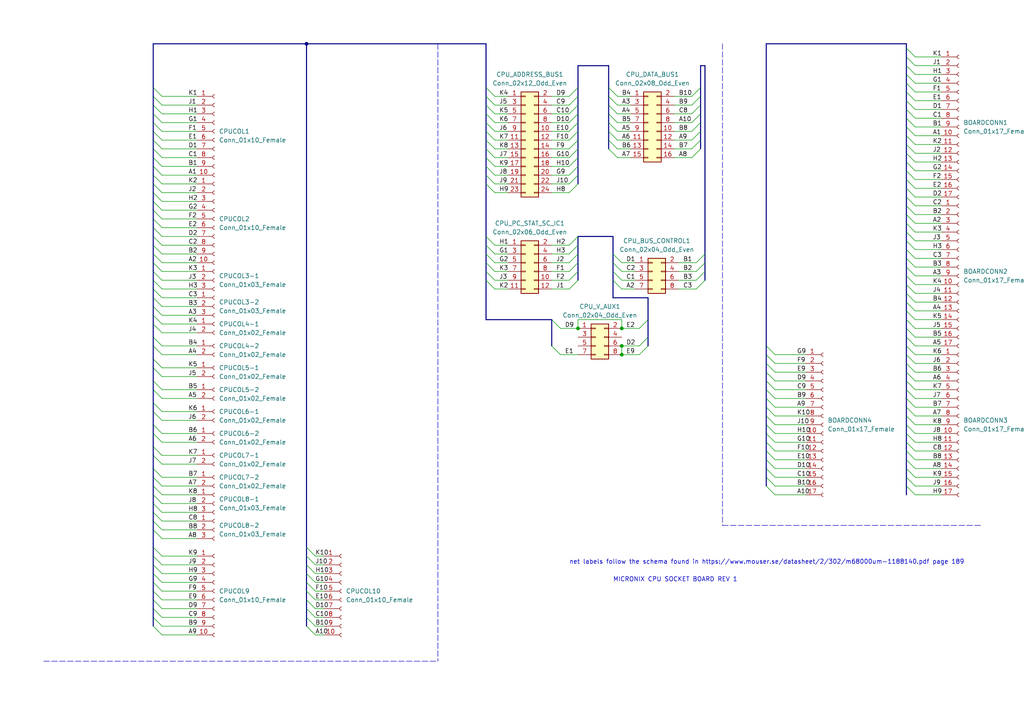
<source format=kicad_sch>
(kicad_sch (version 20211123) (generator eeschema)
  (paper "A4")
  (junction (at 180.34 95.25))
  (junction (at 88.9 12.7))
  (junction (at 167.64 95.25))
  (junction (at 180.34 102.87))
  (junction (at 180.34 100.33))
  (bus_entry (at 262.89 19.05) (size 2.54 2.54))
  (bus_entry (at 262.89 16.51) (size 2.54 2.54))
  (bus_entry (at 262.89 13.97) (size 2.54 2.54))
  (bus_entry (at 160.02 92.71) (size 2.54 2.54))
  (bus_entry (at 200.66 33.02) (size 2.54 -2.54))
  (bus_entry (at 165.1 76.2) (size 2.54 -2.54))
  (bus_entry (at 262.89 110.49) (size 2.54 2.54))
  (bus_entry (at 262.89 107.95) (size 2.54 2.54))
  (bus_entry (at 262.89 105.41) (size 2.54 2.54))
  (bus_entry (at 262.89 102.87) (size 2.54 2.54))
  (bus_entry (at 262.89 100.33) (size 2.54 2.54))
  (bus_entry (at 262.89 115.57) (size 2.54 2.54))
  (bus_entry (at 262.89 113.03) (size 2.54 2.54))
  (bus_entry (at 262.89 125.73) (size 2.54 2.54))
  (bus_entry (at 262.89 123.19) (size 2.54 2.54))
  (bus_entry (at 262.89 120.65) (size 2.54 2.54))
  (bus_entry (at 262.89 118.11) (size 2.54 2.54))
  (bus_entry (at 262.89 140.97) (size 2.54 2.54))
  (bus_entry (at 262.89 138.43) (size 2.54 2.54))
  (bus_entry (at 262.89 135.89) (size 2.54 2.54))
  (bus_entry (at 262.89 133.35) (size 2.54 2.54))
  (bus_entry (at 262.89 130.81) (size 2.54 2.54))
  (bus_entry (at 262.89 128.27) (size 2.54 2.54))
  (bus_entry (at 165.1 81.28) (size 2.54 -2.54))
  (bus_entry (at 200.66 30.48) (size 2.54 -2.54))
  (bus_entry (at 140.97 48.26) (size 2.54 2.54))
  (bus_entry (at 165.1 50.8) (size 2.54 -2.54))
  (bus_entry (at 262.89 21.59) (size 2.54 2.54))
  (bus_entry (at 262.89 24.13) (size 2.54 2.54))
  (bus_entry (at 185.42 102.87) (size 2.54 -2.54))
  (bus_entry (at 165.1 83.82) (size 2.54 -2.54))
  (bus_entry (at 165.1 48.26) (size 2.54 -2.54))
  (bus_entry (at 140.97 81.28) (size 2.54 2.54))
  (bus_entry (at 176.53 27.94) (size 2.54 2.54))
  (bus_entry (at 262.89 52.07) (size 2.54 2.54))
  (bus_entry (at 262.89 49.53) (size 2.54 2.54))
  (bus_entry (at 262.89 46.99) (size 2.54 2.54))
  (bus_entry (at 262.89 44.45) (size 2.54 2.54))
  (bus_entry (at 262.89 57.15) (size 2.54 2.54))
  (bus_entry (at 262.89 54.61) (size 2.54 2.54))
  (bus_entry (at 262.89 62.23) (size 2.54 2.54))
  (bus_entry (at 262.89 59.69) (size 2.54 2.54))
  (bus_entry (at 262.89 39.37) (size 2.54 2.54))
  (bus_entry (at 262.89 41.91) (size 2.54 2.54))
  (bus_entry (at 262.89 26.67) (size 2.54 2.54))
  (bus_entry (at 262.89 29.21) (size 2.54 2.54))
  (bus_entry (at 262.89 36.83) (size 2.54 2.54))
  (bus_entry (at 262.89 34.29) (size 2.54 2.54))
  (bus_entry (at 262.89 31.75) (size 2.54 2.54))
  (bus_entry (at 201.93 76.2) (size 2.54 -2.54))
  (bus_entry (at 201.93 78.74) (size 2.54 -2.54))
  (bus_entry (at 201.93 83.82) (size 2.54 -2.54))
  (bus_entry (at 201.93 81.28) (size 2.54 -2.54))
  (bus_entry (at 140.97 71.12) (size 2.54 2.54))
  (bus_entry (at 165.1 33.02) (size 2.54 -2.54))
  (bus_entry (at 177.8 78.74) (size 2.54 2.54))
  (bus_entry (at 165.1 55.88) (size 2.54 -2.54))
  (bus_entry (at 140.97 76.2) (size 2.54 2.54))
  (bus_entry (at 160.02 100.33) (size 2.54 2.54))
  (bus_entry (at 200.66 40.64) (size 2.54 -2.54))
  (bus_entry (at 200.66 45.72) (size 2.54 -2.54))
  (bus_entry (at 140.97 25.4) (size 2.54 2.54))
  (bus_entry (at 165.1 73.66) (size 2.54 -2.54))
  (bus_entry (at 44.45 104.14) (size 2.54 2.54))
  (bus_entry (at 44.45 106.68) (size 2.54 2.54))
  (bus_entry (at 44.45 110.49) (size 2.54 2.54))
  (bus_entry (at 44.45 76.2) (size 2.54 2.54))
  (bus_entry (at 44.45 78.74) (size 2.54 2.54))
  (bus_entry (at 44.45 81.28) (size 2.54 2.54))
  (bus_entry (at 44.45 83.82) (size 2.54 2.54))
  (bus_entry (at 44.45 86.36) (size 2.54 2.54))
  (bus_entry (at 44.45 88.9) (size 2.54 2.54))
  (bus_entry (at 44.45 91.44) (size 2.54 2.54))
  (bus_entry (at 44.45 93.98) (size 2.54 2.54))
  (bus_entry (at 44.45 97.79) (size 2.54 2.54))
  (bus_entry (at 44.45 100.33) (size 2.54 2.54))
  (bus_entry (at 44.45 116.84) (size 2.54 2.54))
  (bus_entry (at 44.45 113.03) (size 2.54 2.54))
  (bus_entry (at 140.97 33.02) (size 2.54 2.54))
  (bus_entry (at 140.97 68.58) (size 2.54 2.54))
  (bus_entry (at 177.8 76.2) (size 2.54 2.54))
  (bus_entry (at 140.97 43.18) (size 2.54 2.54))
  (bus_entry (at 165.1 30.48) (size 2.54 -2.54))
  (bus_entry (at 165.1 71.12) (size 2.54 -2.54))
  (bus_entry (at 140.97 50.8) (size 2.54 2.54))
  (bus_entry (at 176.53 40.64) (size 2.54 2.54))
  (bus_entry (at 165.1 35.56) (size 2.54 -2.54))
  (bus_entry (at 200.66 43.18) (size 2.54 -2.54))
  (bus_entry (at 200.66 38.1) (size 2.54 -2.54))
  (bus_entry (at 165.1 38.1) (size 2.54 -2.54))
  (bus_entry (at 165.1 40.64) (size 2.54 -2.54))
  (bus_entry (at 200.66 35.56) (size 2.54 -2.54))
  (bus_entry (at 185.42 100.33) (size 2.54 -2.54))
  (bus_entry (at 140.97 78.74) (size 2.54 2.54))
  (bus_entry (at 44.45 125.73) (size 2.54 2.54))
  (bus_entry (at 44.45 129.54) (size 2.54 2.54))
  (bus_entry (at 44.45 132.08) (size 2.54 2.54))
  (bus_entry (at 44.45 151.13) (size 2.54 2.54))
  (bus_entry (at 44.45 153.67) (size 2.54 2.54))
  (bus_entry (at 44.45 158.75) (size 2.54 2.54))
  (bus_entry (at 44.45 161.29) (size 2.54 2.54))
  (bus_entry (at 44.45 176.53) (size 2.54 2.54))
  (bus_entry (at 44.45 179.07) (size 2.54 2.54))
  (bus_entry (at 44.45 181.61) (size 2.54 2.54))
  (bus_entry (at 44.45 138.43) (size 2.54 2.54))
  (bus_entry (at 44.45 140.97) (size 2.54 2.54))
  (bus_entry (at 44.45 143.51) (size 2.54 2.54))
  (bus_entry (at 44.45 146.05) (size 2.54 2.54))
  (bus_entry (at 44.45 148.59) (size 2.54 2.54))
  (bus_entry (at 44.45 135.89) (size 2.54 2.54))
  (bus_entry (at 44.45 163.83) (size 2.54 2.54))
  (bus_entry (at 44.45 166.37) (size 2.54 2.54))
  (bus_entry (at 44.45 168.91) (size 2.54 2.54))
  (bus_entry (at 44.45 171.45) (size 2.54 2.54))
  (bus_entry (at 44.45 173.99) (size 2.54 2.54))
  (bus_entry (at 44.45 119.38) (size 2.54 2.54))
  (bus_entry (at 44.45 123.19) (size 2.54 2.54))
  (bus_entry (at 185.42 95.25) (size 2.54 -2.54))
  (bus_entry (at 262.89 64.77) (size 2.54 2.54))
  (bus_entry (at 262.89 67.31) (size 2.54 2.54))
  (bus_entry (at 262.89 69.85) (size 2.54 2.54))
  (bus_entry (at 262.89 72.39) (size 2.54 2.54))
  (bus_entry (at 262.89 74.93) (size 2.54 2.54))
  (bus_entry (at 262.89 77.47) (size 2.54 2.54))
  (bus_entry (at 262.89 80.01) (size 2.54 2.54))
  (bus_entry (at 262.89 82.55) (size 2.54 2.54))
  (bus_entry (at 200.66 27.94) (size 2.54 -2.54))
  (bus_entry (at 140.97 53.34) (size 2.54 2.54))
  (bus_entry (at 176.53 35.56) (size 2.54 2.54))
  (bus_entry (at 165.1 78.74) (size 2.54 -2.54))
  (bus_entry (at 176.53 33.02) (size 2.54 2.54))
  (bus_entry (at 177.8 73.66) (size 2.54 2.54))
  (bus_entry (at 176.53 30.48) (size 2.54 2.54))
  (bus_entry (at 140.97 73.66) (size 2.54 2.54))
  (bus_entry (at 44.45 50.8) (size 2.54 2.54))
  (bus_entry (at 44.45 48.26) (size 2.54 2.54))
  (bus_entry (at 44.45 45.72) (size 2.54 2.54))
  (bus_entry (at 44.45 43.18) (size 2.54 2.54))
  (bus_entry (at 44.45 40.64) (size 2.54 2.54))
  (bus_entry (at 44.45 38.1) (size 2.54 2.54))
  (bus_entry (at 44.45 73.66) (size 2.54 2.54))
  (bus_entry (at 44.45 71.12) (size 2.54 2.54))
  (bus_entry (at 44.45 68.58) (size 2.54 2.54))
  (bus_entry (at 44.45 66.04) (size 2.54 2.54))
  (bus_entry (at 44.45 63.5) (size 2.54 2.54))
  (bus_entry (at 44.45 60.96) (size 2.54 2.54))
  (bus_entry (at 44.45 58.42) (size 2.54 2.54))
  (bus_entry (at 44.45 55.88) (size 2.54 2.54))
  (bus_entry (at 44.45 53.34) (size 2.54 2.54))
  (bus_entry (at 44.45 35.56) (size 2.54 2.54))
  (bus_entry (at 44.45 27.94) (size 2.54 2.54))
  (bus_entry (at 44.45 25.4) (size 2.54 2.54))
  (bus_entry (at 44.45 33.02) (size 2.54 2.54))
  (bus_entry (at 44.45 30.48) (size 2.54 2.54))
  (bus_entry (at 140.97 27.94) (size 2.54 2.54))
  (bus_entry (at 140.97 35.56) (size 2.54 2.54))
  (bus_entry (at 140.97 40.64) (size 2.54 2.54))
  (bus_entry (at 262.89 85.09) (size 2.54 2.54))
  (bus_entry (at 262.89 87.63) (size 2.54 2.54))
  (bus_entry (at 262.89 90.17) (size 2.54 2.54))
  (bus_entry (at 262.89 92.71) (size 2.54 2.54))
  (bus_entry (at 262.89 95.25) (size 2.54 2.54))
  (bus_entry (at 262.89 97.79) (size 2.54 2.54))
  (bus_entry (at 176.53 43.18) (size 2.54 2.54))
  (bus_entry (at 140.97 30.48) (size 2.54 2.54))
  (bus_entry (at 176.53 38.1) (size 2.54 2.54))
  (bus_entry (at 140.97 38.1) (size 2.54 2.54))
  (bus_entry (at 165.1 45.72) (size 2.54 -2.54))
  (bus_entry (at 176.53 25.4) (size 2.54 2.54))
  (bus_entry (at 88.9 161.29) (size 2.54 2.54))
  (bus_entry (at 88.9 158.75) (size 2.54 2.54))
  (bus_entry (at 88.9 166.37) (size 2.54 2.54))
  (bus_entry (at 88.9 163.83) (size 2.54 2.54))
  (bus_entry (at 88.9 181.61) (size 2.54 2.54))
  (bus_entry (at 88.9 179.07) (size 2.54 2.54))
  (bus_entry (at 88.9 176.53) (size 2.54 2.54))
  (bus_entry (at 88.9 173.99) (size 2.54 2.54))
  (bus_entry (at 88.9 171.45) (size 2.54 2.54))
  (bus_entry (at 88.9 168.91) (size 2.54 2.54))
  (bus_entry (at 140.97 45.72) (size 2.54 2.54))
  (bus_entry (at 165.1 53.34) (size 2.54 -2.54))
  (bus_entry (at 165.1 43.18) (size 2.54 -2.54))
  (bus_entry (at 177.8 81.28) (size 2.54 2.54))
  (bus_entry (at 165.1 27.94) (size 2.54 -2.54))
  (bus_entry (at 222.25 107.95) (size 2.54 2.54))
  (bus_entry (at 222.25 105.41) (size 2.54 2.54))
  (bus_entry (at 222.25 102.87) (size 2.54 2.54))
  (bus_entry (at 222.25 115.57) (size 2.54 2.54))
  (bus_entry (at 222.25 113.03) (size 2.54 2.54))
  (bus_entry (at 222.25 110.49) (size 2.54 2.54))
  (bus_entry (at 222.25 100.33) (size 2.54 2.54))
  (bus_entry (at 222.25 118.11) (size 2.54 2.54))
  (bus_entry (at 222.25 140.97) (size 2.54 2.54))
  (bus_entry (at 222.25 125.73) (size 2.54 2.54))
  (bus_entry (at 222.25 123.19) (size 2.54 2.54))
  (bus_entry (at 222.25 120.65) (size 2.54 2.54))
  (bus_entry (at 222.25 138.43) (size 2.54 2.54))
  (bus_entry (at 222.25 135.89) (size 2.54 2.54))
  (bus_entry (at 222.25 133.35) (size 2.54 2.54))
  (bus_entry (at 222.25 130.81) (size 2.54 2.54))
  (bus_entry (at 222.25 128.27) (size 2.54 2.54))
  (wire (pts (xy 46.99 119.38) (xy 57.15 119.38)))
  (wire (pts (xy 160.02 50.8) (xy 165.1 50.8)))
  (wire (pts (xy 179.07 33.02) (xy 182.88 33.02)))
  (bus (pts (xy 222.25 125.73) (xy 222.25 128.27)))
  (wire (pts (xy 160.02 27.94) (xy 165.1 27.94)))
  (bus (pts (xy 88.9 176.53) (xy 88.9 179.07)))
  (wire (pts (xy 91.44 168.91) (xy 93.98 168.91)))
  (bus (pts (xy 262.89 82.55) (xy 262.89 85.09)))
  (bus (pts (xy 44.45 116.84) (xy 44.45 119.38)))
  (wire (pts (xy 46.99 121.92) (xy 57.15 121.92)))
  (wire (pts (xy 265.43 95.25) (xy 273.05 95.25)))
  (bus (pts (xy 140.97 92.71) (xy 140.97 81.28)))
  (wire (pts (xy 143.51 38.1) (xy 147.32 38.1)))
  (bus (pts (xy 204.47 73.66) (xy 204.47 76.2)))
  (bus (pts (xy 222.25 107.95) (xy 222.25 110.49)))
  (wire (pts (xy 265.43 110.49) (xy 273.05 110.49)))
  (wire (pts (xy 265.43 128.27) (xy 273.05 128.27)))
  (bus (pts (xy 176.53 33.02) (xy 176.53 35.56)))
  (bus (pts (xy 167.64 48.26) (xy 167.64 50.8)))
  (wire (pts (xy 196.85 83.82) (xy 201.93 83.82)))
  (wire (pts (xy 180.34 95.25) (xy 185.42 95.25)))
  (bus (pts (xy 44.45 88.9) (xy 44.45 91.44)))
  (bus (pts (xy 44.45 166.37) (xy 44.45 168.91)))
  (wire (pts (xy 46.99 45.72) (xy 57.15 45.72)))
  (bus (pts (xy 262.89 74.93) (xy 262.89 77.47)))
  (bus (pts (xy 44.45 146.05) (xy 44.45 148.59)))
  (bus (pts (xy 262.89 62.23) (xy 262.89 64.77)))
  (wire (pts (xy 143.51 40.64) (xy 147.32 40.64)))
  (bus (pts (xy 262.89 97.79) (xy 262.89 100.33)))
  (bus (pts (xy 262.89 118.11) (xy 262.89 120.65)))
  (bus (pts (xy 204.47 19.05) (xy 204.47 73.66)))
  (bus (pts (xy 140.97 25.4) (xy 140.97 27.94)))
  (wire (pts (xy 46.99 113.03) (xy 57.15 113.03)))
  (wire (pts (xy 265.43 82.55) (xy 273.05 82.55)))
  (bus (pts (xy 88.9 166.37) (xy 88.9 168.91)))
  (wire (pts (xy 224.79 133.35) (xy 233.68 133.35)))
  (bus (pts (xy 262.89 77.47) (xy 262.89 80.01)))
  (wire (pts (xy 224.79 130.81) (xy 233.68 130.81)))
  (bus (pts (xy 167.64 33.02) (xy 167.64 35.56)))
  (bus (pts (xy 44.45 151.13) (xy 44.45 153.67)))
  (wire (pts (xy 91.44 179.07) (xy 93.98 179.07)))
  (bus (pts (xy 222.25 128.27) (xy 222.25 130.81)))
  (bus (pts (xy 187.96 92.71) (xy 187.96 97.79)))
  (wire (pts (xy 143.51 50.8) (xy 147.32 50.8)))
  (bus (pts (xy 88.9 171.45) (xy 88.9 173.99)))
  (wire (pts (xy 179.07 35.56) (xy 182.88 35.56)))
  (bus (pts (xy 203.2 27.94) (xy 203.2 30.48)))
  (bus (pts (xy 44.45 55.88) (xy 44.45 58.42)))
  (bus (pts (xy 222.25 130.81) (xy 222.25 133.35)))
  (wire (pts (xy 265.43 54.61) (xy 273.05 54.61)))
  (bus (pts (xy 44.45 33.02) (xy 44.45 35.56)))
  (wire (pts (xy 265.43 52.07) (xy 273.05 52.07)))
  (wire (pts (xy 265.43 140.97) (xy 273.05 140.97)))
  (bus (pts (xy 44.45 129.54) (xy 44.45 132.08)))
  (bus (pts (xy 262.89 120.65) (xy 262.89 123.19)))
  (bus (pts (xy 44.45 58.42) (xy 44.45 60.96)))
  (bus (pts (xy 44.45 104.14) (xy 44.45 106.68)))
  (bus (pts (xy 262.89 64.77) (xy 262.89 67.31)))
  (wire (pts (xy 265.43 100.33) (xy 273.05 100.33)))
  (wire (pts (xy 224.79 102.87) (xy 233.68 102.87)))
  (wire (pts (xy 143.51 35.56) (xy 147.32 35.56)))
  (bus (pts (xy 140.97 71.12) (xy 140.97 73.66)))
  (wire (pts (xy 195.58 38.1) (xy 200.66 38.1)))
  (wire (pts (xy 196.85 78.74) (xy 201.93 78.74)))
  (bus (pts (xy 167.64 35.56) (xy 167.64 38.1)))
  (wire (pts (xy 224.79 120.65) (xy 233.68 120.65)))
  (bus (pts (xy 262.89 69.85) (xy 262.89 72.39)))
  (wire (pts (xy 46.99 53.34) (xy 57.15 53.34)))
  (bus (pts (xy 44.45 138.43) (xy 44.45 140.97)))
  (wire (pts (xy 46.99 35.56) (xy 57.15 35.56)))
  (bus (pts (xy 140.97 40.64) (xy 140.97 43.18)))
  (wire (pts (xy 224.79 115.57) (xy 233.68 115.57)))
  (wire (pts (xy 46.99 93.98) (xy 57.15 93.98)))
  (wire (pts (xy 46.99 140.97) (xy 57.15 140.97)))
  (polyline (pts (xy 12.7 191.77) (xy 127 191.77)))
  (bus (pts (xy 140.97 12.7) (xy 140.97 25.4)))
  (wire (pts (xy 224.79 118.11) (xy 233.68 118.11)))
  (wire (pts (xy 143.51 71.12) (xy 147.32 71.12)))
  (bus (pts (xy 167.64 76.2) (xy 167.64 78.74)))
  (bus (pts (xy 140.97 68.58) (xy 140.97 71.12)))
  (wire (pts (xy 195.58 27.94) (xy 200.66 27.94)))
  (bus (pts (xy 262.89 12.7) (xy 262.89 13.97)))
  (bus (pts (xy 262.89 21.59) (xy 262.89 24.13)))
  (bus (pts (xy 262.89 92.71) (xy 262.89 95.25)))
  (bus (pts (xy 44.45 91.44) (xy 44.45 93.98)))
  (wire (pts (xy 265.43 87.63) (xy 273.05 87.63)))
  (bus (pts (xy 44.45 168.91) (xy 44.45 171.45)))
  (wire (pts (xy 46.99 125.73) (xy 57.15 125.73)))
  (wire (pts (xy 179.07 40.64) (xy 182.88 40.64)))
  (wire (pts (xy 180.34 100.33) (xy 180.34 102.87)))
  (wire (pts (xy 91.44 166.37) (xy 93.98 166.37)))
  (wire (pts (xy 265.43 80.01) (xy 273.05 80.01)))
  (bus (pts (xy 44.45 158.75) (xy 44.45 161.29)))
  (wire (pts (xy 224.79 113.03) (xy 233.68 113.03)))
  (wire (pts (xy 46.99 81.28) (xy 57.15 81.28)))
  (wire (pts (xy 195.58 35.56) (xy 200.66 35.56)))
  (wire (pts (xy 46.99 166.37) (xy 57.15 166.37)))
  (bus (pts (xy 262.89 125.73) (xy 262.89 128.27)))
  (bus (pts (xy 262.89 87.63) (xy 262.89 90.17)))
  (bus (pts (xy 88.9 168.91) (xy 88.9 171.45)))
  (wire (pts (xy 265.43 24.13) (xy 273.05 24.13)))
  (wire (pts (xy 265.43 21.59) (xy 273.05 21.59)))
  (bus (pts (xy 262.89 123.19) (xy 262.89 125.73)))
  (wire (pts (xy 195.58 40.64) (xy 200.66 40.64)))
  (wire (pts (xy 179.07 38.1) (xy 182.88 38.1)))
  (wire (pts (xy 143.51 43.18) (xy 147.32 43.18)))
  (wire (pts (xy 265.43 138.43) (xy 273.05 138.43)))
  (bus (pts (xy 222.25 135.89) (xy 222.25 138.43)))
  (wire (pts (xy 46.99 146.05) (xy 57.15 146.05)))
  (bus (pts (xy 262.89 102.87) (xy 262.89 105.41)))
  (wire (pts (xy 143.51 45.72) (xy 147.32 45.72)))
  (bus (pts (xy 262.89 138.43) (xy 262.89 140.97)))
  (wire (pts (xy 160.02 30.48) (xy 165.1 30.48)))
  (bus (pts (xy 140.97 12.7) (xy 88.9 12.7)))
  (wire (pts (xy 46.99 33.02) (xy 57.15 33.02)))
  (wire (pts (xy 143.51 78.74) (xy 147.32 78.74)))
  (wire (pts (xy 179.07 45.72) (xy 182.88 45.72)))
  (wire (pts (xy 224.79 110.49) (xy 233.68 110.49)))
  (wire (pts (xy 179.07 30.48) (xy 182.88 30.48)))
  (bus (pts (xy 44.45 73.66) (xy 44.45 76.2)))
  (bus (pts (xy 262.89 67.31) (xy 262.89 69.85)))
  (bus (pts (xy 44.45 161.29) (xy 44.45 163.83)))
  (bus (pts (xy 222.25 120.65) (xy 222.25 123.19)))
  (bus (pts (xy 177.8 86.36) (xy 177.8 81.28)))
  (bus (pts (xy 176.53 40.64) (xy 176.53 43.18)))
  (bus (pts (xy 176.53 30.48) (xy 176.53 33.02)))
  (wire (pts (xy 46.99 100.33) (xy 57.15 100.33)))
  (bus (pts (xy 140.97 43.18) (xy 140.97 45.72)))
  (bus (pts (xy 167.64 73.66) (xy 167.64 76.2)))
  (bus (pts (xy 262.89 110.49) (xy 262.89 113.03)))
  (wire (pts (xy 265.43 59.69) (xy 273.05 59.69)))
  (wire (pts (xy 46.99 68.58) (xy 57.15 68.58)))
  (bus (pts (xy 44.45 123.19) (xy 44.45 125.73)))
  (bus (pts (xy 262.89 39.37) (xy 262.89 41.91)))
  (bus (pts (xy 222.25 118.11) (xy 222.25 120.65)))
  (wire (pts (xy 46.99 181.61) (xy 57.15 181.61)))
  (bus (pts (xy 262.89 85.09) (xy 262.89 87.63)))
  (wire (pts (xy 143.51 73.66) (xy 147.32 73.66)))
  (wire (pts (xy 46.99 156.21) (xy 57.15 156.21)))
  (wire (pts (xy 160.02 43.18) (xy 165.1 43.18)))
  (wire (pts (xy 46.99 73.66) (xy 57.15 73.66)))
  (bus (pts (xy 187.96 86.36) (xy 177.8 86.36)))
  (bus (pts (xy 262.89 128.27) (xy 262.89 130.81)))
  (bus (pts (xy 167.64 19.05) (xy 167.64 25.4)))
  (wire (pts (xy 265.43 85.09) (xy 273.05 85.09)))
  (wire (pts (xy 46.99 71.12) (xy 57.15 71.12)))
  (wire (pts (xy 46.99 43.18) (xy 57.15 43.18)))
  (wire (pts (xy 46.99 63.5) (xy 57.15 63.5)))
  (bus (pts (xy 262.89 54.61) (xy 262.89 57.15)))
  (wire (pts (xy 180.34 83.82) (xy 184.15 83.82)))
  (wire (pts (xy 265.43 113.03) (xy 273.05 113.03)))
  (bus (pts (xy 167.64 50.8) (xy 167.64 53.34)))
  (wire (pts (xy 160.02 55.88) (xy 165.1 55.88)))
  (bus (pts (xy 262.89 24.13) (xy 262.89 26.67)))
  (polyline (pts (xy 209.55 12.7) (xy 209.55 152.4)))
  (wire (pts (xy 46.99 143.51) (xy 57.15 143.51)))
  (wire (pts (xy 46.99 138.43) (xy 57.15 138.43)))
  (bus (pts (xy 176.53 38.1) (xy 176.53 40.64)))
  (wire (pts (xy 265.43 133.35) (xy 273.05 133.35)))
  (bus (pts (xy 88.9 12.7) (xy 88.9 158.75)))
  (bus (pts (xy 44.45 119.38) (xy 44.45 123.19)))
  (bus (pts (xy 44.45 179.07) (xy 44.45 181.61)))
  (wire (pts (xy 265.43 69.85) (xy 273.05 69.85)))
  (bus (pts (xy 88.9 179.07) (xy 88.9 181.61)))
  (bus (pts (xy 222.25 133.35) (xy 222.25 135.89)))
  (bus (pts (xy 176.53 27.94) (xy 176.53 30.48)))
  (bus (pts (xy 140.97 33.02) (xy 140.97 35.56)))
  (wire (pts (xy 46.99 78.74) (xy 57.15 78.74)))
  (bus (pts (xy 160.02 92.71) (xy 160.02 100.33)))
  (wire (pts (xy 179.07 27.94) (xy 182.88 27.94)))
  (bus (pts (xy 262.89 105.41) (xy 262.89 107.95)))
  (bus (pts (xy 140.97 48.26) (xy 140.97 50.8)))
  (wire (pts (xy 162.56 95.25) (xy 167.64 95.25)))
  (wire (pts (xy 195.58 30.48) (xy 200.66 30.48)))
  (wire (pts (xy 143.51 48.26) (xy 147.32 48.26)))
  (bus (pts (xy 167.64 25.4) (xy 167.64 27.94)))
  (bus (pts (xy 222.25 105.41) (xy 222.25 107.95)))
  (wire (pts (xy 46.99 163.83) (xy 57.15 163.83)))
  (wire (pts (xy 160.02 81.28) (xy 165.1 81.28)))
  (wire (pts (xy 160.02 45.72) (xy 165.1 45.72)))
  (bus (pts (xy 44.45 76.2) (xy 44.45 78.74)))
  (wire (pts (xy 180.34 102.87) (xy 185.42 102.87)))
  (bus (pts (xy 44.45 171.45) (xy 44.45 173.99)))
  (wire (pts (xy 265.43 16.51) (xy 273.05 16.51)))
  (wire (pts (xy 143.51 27.94) (xy 147.32 27.94)))
  (bus (pts (xy 44.45 153.67) (xy 44.45 158.75)))
  (bus (pts (xy 203.2 33.02) (xy 203.2 35.56)))
  (bus (pts (xy 204.47 78.74) (xy 204.47 81.28)))
  (wire (pts (xy 91.44 176.53) (xy 93.98 176.53)))
  (wire (pts (xy 143.51 30.48) (xy 147.32 30.48)))
  (wire (pts (xy 180.34 76.2) (xy 184.15 76.2)))
  (bus (pts (xy 140.97 27.94) (xy 140.97 30.48)))
  (bus (pts (xy 262.89 19.05) (xy 262.89 21.59)))
  (wire (pts (xy 46.99 91.44) (xy 57.15 91.44)))
  (wire (pts (xy 265.43 34.29) (xy 273.05 34.29)))
  (bus (pts (xy 44.45 63.5) (xy 44.45 66.04)))
  (bus (pts (xy 203.2 30.48) (xy 203.2 33.02)))
  (wire (pts (xy 91.44 163.83) (xy 93.98 163.83)))
  (wire (pts (xy 265.43 49.53) (xy 273.05 49.53)))
  (wire (pts (xy 143.51 81.28) (xy 147.32 81.28)))
  (wire (pts (xy 46.99 30.48) (xy 57.15 30.48)))
  (bus (pts (xy 262.89 44.45) (xy 262.89 46.99)))
  (bus (pts (xy 44.45 48.26) (xy 44.45 50.8)))
  (bus (pts (xy 262.89 140.97) (xy 262.89 143.51)))
  (wire (pts (xy 265.43 115.57) (xy 273.05 115.57)))
  (wire (pts (xy 46.99 48.26) (xy 57.15 48.26)))
  (bus (pts (xy 262.89 95.25) (xy 262.89 97.79)))
  (wire (pts (xy 46.99 76.2) (xy 57.15 76.2)))
  (wire (pts (xy 46.99 58.42) (xy 57.15 58.42)))
  (bus (pts (xy 222.25 110.49) (xy 222.25 113.03)))
  (bus (pts (xy 167.64 19.05) (xy 176.53 19.05)))
  (bus (pts (xy 262.89 29.21) (xy 262.89 31.75)))
  (wire (pts (xy 46.99 179.07) (xy 57.15 179.07)))
  (bus (pts (xy 140.97 53.34) (xy 140.97 68.58)))
  (wire (pts (xy 224.79 138.43) (xy 233.68 138.43)))
  (wire (pts (xy 46.99 55.88) (xy 57.15 55.88)))
  (bus (pts (xy 177.8 73.66) (xy 177.8 76.2)))
  (bus (pts (xy 88.9 163.83) (xy 88.9 166.37)))
  (wire (pts (xy 265.43 67.31) (xy 273.05 67.31)))
  (bus (pts (xy 222.25 102.87) (xy 222.25 105.41)))
  (bus (pts (xy 44.45 163.83) (xy 44.45 166.37)))
  (bus (pts (xy 262.89 113.03) (xy 262.89 115.57)))
  (wire (pts (xy 265.43 90.17) (xy 273.05 90.17)))
  (bus (pts (xy 44.45 93.98) (xy 44.45 97.79)))
  (bus (pts (xy 167.64 68.58) (xy 167.64 71.12)))
  (wire (pts (xy 46.99 148.59) (xy 57.15 148.59)))
  (bus (pts (xy 167.64 78.74) (xy 167.64 81.28)))
  (bus (pts (xy 203.2 19.05) (xy 203.2 25.4)))
  (wire (pts (xy 195.58 43.18) (xy 200.66 43.18)))
  (wire (pts (xy 265.43 118.11) (xy 273.05 118.11)))
  (bus (pts (xy 262.89 13.97) (xy 262.89 16.51)))
  (bus (pts (xy 204.47 76.2) (xy 204.47 78.74)))
  (wire (pts (xy 167.64 95.25) (xy 167.64 92.71)))
  (bus (pts (xy 262.89 26.67) (xy 262.89 29.21)))
  (wire (pts (xy 265.43 102.87) (xy 273.05 102.87)))
  (wire (pts (xy 46.99 168.91) (xy 57.15 168.91)))
  (wire (pts (xy 265.43 46.99) (xy 273.05 46.99)))
  (bus (pts (xy 44.45 71.12) (xy 44.45 73.66)))
  (wire (pts (xy 265.43 57.15) (xy 273.05 57.15)))
  (wire (pts (xy 224.79 107.95) (xy 233.68 107.95)))
  (wire (pts (xy 46.99 88.9) (xy 57.15 88.9)))
  (bus (pts (xy 44.45 125.73) (xy 44.45 129.54)))
  (wire (pts (xy 46.99 86.36) (xy 57.15 86.36)))
  (wire (pts (xy 46.99 151.13) (xy 57.15 151.13)))
  (bus (pts (xy 44.45 12.7) (xy 44.45 25.4)))
  (wire (pts (xy 265.43 107.95) (xy 273.05 107.95)))
  (bus (pts (xy 88.9 12.7) (xy 44.45 12.7)))
  (bus (pts (xy 44.45 148.59) (xy 44.45 151.13)))
  (bus (pts (xy 262.89 90.17) (xy 262.89 92.71)))
  (bus (pts (xy 44.45 83.82) (xy 44.45 86.36)))
  (wire (pts (xy 46.99 173.99) (xy 57.15 173.99)))
  (wire (pts (xy 46.99 60.96) (xy 57.15 60.96)))
  (wire (pts (xy 160.02 35.56) (xy 165.1 35.56)))
  (wire (pts (xy 195.58 33.02) (xy 200.66 33.02)))
  (bus (pts (xy 167.64 71.12) (xy 167.64 73.66)))
  (bus (pts (xy 167.64 30.48) (xy 167.64 33.02)))
  (wire (pts (xy 160.02 71.12) (xy 165.1 71.12)))
  (wire (pts (xy 180.34 92.71) (xy 180.34 95.25)))
  (wire (pts (xy 224.79 123.19) (xy 233.68 123.19)))
  (bus (pts (xy 44.45 27.94) (xy 44.45 30.48)))
  (wire (pts (xy 265.43 123.19) (xy 273.05 123.19)))
  (bus (pts (xy 140.97 78.74) (xy 140.97 81.28)))
  (wire (pts (xy 265.43 135.89) (xy 273.05 135.89)))
  (wire (pts (xy 265.43 77.47) (xy 273.05 77.47)))
  (wire (pts (xy 196.85 76.2) (xy 201.93 76.2)))
  (wire (pts (xy 265.43 39.37) (xy 273.05 39.37)))
  (bus (pts (xy 222.25 12.7) (xy 222.25 100.33)))
  (bus (pts (xy 140.97 50.8) (xy 140.97 53.34)))
  (bus (pts (xy 167.64 43.18) (xy 167.64 45.72)))
  (bus (pts (xy 44.45 140.97) (xy 44.45 143.51)))
  (wire (pts (xy 265.43 31.75) (xy 273.05 31.75)))
  (wire (pts (xy 160.02 73.66) (xy 165.1 73.66)))
  (wire (pts (xy 265.43 72.39) (xy 273.05 72.39)))
  (bus (pts (xy 176.53 35.56) (xy 176.53 38.1)))
  (wire (pts (xy 46.99 171.45) (xy 57.15 171.45)))
  (bus (pts (xy 44.45 113.03) (xy 44.45 116.84)))
  (wire (pts (xy 180.34 78.74) (xy 184.15 78.74)))
  (bus (pts (xy 177.8 78.74) (xy 177.8 81.28)))
  (wire (pts (xy 196.85 81.28) (xy 201.93 81.28)))
  (wire (pts (xy 265.43 74.93) (xy 273.05 74.93)))
  (wire (pts (xy 265.43 92.71) (xy 273.05 92.71)))
  (bus (pts (xy 203.2 38.1) (xy 203.2 40.64)))
  (bus (pts (xy 262.89 34.29) (xy 262.89 36.83)))
  (wire (pts (xy 265.43 64.77) (xy 273.05 64.77)))
  (bus (pts (xy 44.45 81.28) (xy 44.45 83.82)))
  (bus (pts (xy 167.64 45.72) (xy 167.64 48.26)))
  (bus (pts (xy 262.89 12.7) (xy 222.25 12.7)))
  (bus (pts (xy 262.89 72.39) (xy 262.89 74.93)))
  (bus (pts (xy 44.45 135.89) (xy 44.45 138.43)))
  (bus (pts (xy 140.97 38.1) (xy 140.97 40.64)))
  (wire (pts (xy 265.43 97.79) (xy 273.05 97.79)))
  (bus (pts (xy 187.96 92.71) (xy 187.96 86.36)))
  (bus (pts (xy 262.89 36.83) (xy 262.89 39.37)))
  (bus (pts (xy 44.45 173.99) (xy 44.45 176.53)))
  (wire (pts (xy 162.56 102.87) (xy 167.64 102.87)))
  (bus (pts (xy 262.89 46.99) (xy 262.89 49.53)))
  (bus (pts (xy 167.64 68.58) (xy 177.8 68.58)))
  (wire (pts (xy 160.02 78.74) (xy 165.1 78.74)))
  (bus (pts (xy 44.45 38.1) (xy 44.45 40.64)))
  (wire (pts (xy 46.99 184.15) (xy 57.15 184.15)))
  (bus (pts (xy 44.45 45.72) (xy 44.45 48.26)))
  (wire (pts (xy 224.79 143.51) (xy 233.68 143.51)))
  (wire (pts (xy 46.99 115.57) (xy 57.15 115.57)))
  (bus (pts (xy 44.45 60.96) (xy 44.45 63.5)))
  (wire (pts (xy 46.99 161.29) (xy 57.15 161.29)))
  (wire (pts (xy 224.79 140.97) (xy 233.68 140.97)))
  (wire (pts (xy 160.02 83.82) (xy 165.1 83.82)))
  (bus (pts (xy 44.45 97.79) (xy 44.45 100.33)))
  (wire (pts (xy 160.02 53.34) (xy 165.1 53.34)))
  (bus (pts (xy 140.97 73.66) (xy 140.97 76.2)))
  (bus (pts (xy 44.45 25.4) (xy 44.45 27.94)))
  (bus (pts (xy 44.45 176.53) (xy 44.45 179.07)))
  (bus (pts (xy 167.64 27.94) (xy 167.64 30.48)))
  (bus (pts (xy 140.97 35.56) (xy 140.97 38.1)))
  (wire (pts (xy 91.44 171.45) (xy 93.98 171.45)))
  (wire (pts (xy 195.58 45.72) (xy 200.66 45.72)))
  (bus (pts (xy 44.45 40.64) (xy 44.45 43.18)))
  (wire (pts (xy 265.43 26.67) (xy 273.05 26.67)))
  (wire (pts (xy 265.43 36.83) (xy 273.05 36.83)))
  (wire (pts (xy 46.99 66.04) (xy 57.15 66.04)))
  (wire (pts (xy 46.99 83.82) (xy 57.15 83.82)))
  (bus (pts (xy 222.25 138.43) (xy 222.25 140.97)))
  (bus (pts (xy 262.89 130.81) (xy 262.89 133.35)))
  (bus (pts (xy 176.53 25.4) (xy 176.53 27.94)))
  (wire (pts (xy 265.43 125.73) (xy 273.05 125.73)))
  (bus (pts (xy 88.9 173.99) (xy 88.9 176.53)))
  (bus (pts (xy 140.97 45.72) (xy 140.97 48.26)))
  (wire (pts (xy 46.99 153.67) (xy 57.15 153.67)))
  (wire (pts (xy 46.99 102.87) (xy 57.15 102.87)))
  (bus (pts (xy 262.89 80.01) (xy 262.89 82.55)))
  (bus (pts (xy 44.45 86.36) (xy 44.45 88.9)))
  (bus (pts (xy 177.8 76.2) (xy 177.8 78.74)))
  (bus (pts (xy 187.96 97.79) (xy 187.96 100.33)))
  (wire (pts (xy 46.99 176.53) (xy 57.15 176.53)))
  (bus (pts (xy 262.89 41.91) (xy 262.89 44.45)))
  (bus (pts (xy 262.89 16.51) (xy 262.89 19.05)))
  (wire (pts (xy 46.99 128.27) (xy 57.15 128.27)))
  (bus (pts (xy 222.25 123.19) (xy 222.25 125.73)))
  (bus (pts (xy 222.25 113.03) (xy 222.25 115.57)))
  (bus (pts (xy 262.89 107.95) (xy 262.89 110.49)))
  (wire (pts (xy 160.02 48.26) (xy 165.1 48.26)))
  (wire (pts (xy 179.07 43.18) (xy 182.88 43.18)))
  (bus (pts (xy 140.97 76.2) (xy 140.97 78.74)))
  (wire (pts (xy 224.79 125.73) (xy 233.68 125.73)))
  (bus (pts (xy 44.45 110.49) (xy 44.45 113.03)))
  (wire (pts (xy 265.43 130.81) (xy 273.05 130.81)))
  (bus (pts (xy 160.02 92.71) (xy 140.97 92.71)))
  (bus (pts (xy 44.45 132.08) (xy 44.45 135.89)))
  (bus (pts (xy 177.8 68.58) (xy 177.8 73.66)))
  (wire (pts (xy 265.43 62.23) (xy 273.05 62.23)))
  (wire (pts (xy 46.99 50.8) (xy 57.15 50.8)))
  (wire (pts (xy 265.43 120.65) (xy 273.05 120.65)))
  (wire (pts (xy 46.99 40.64) (xy 57.15 40.64)))
  (wire (pts (xy 160.02 38.1) (xy 165.1 38.1)))
  (wire (pts (xy 143.51 76.2) (xy 147.32 76.2)))
  (wire (pts (xy 180.34 81.28) (xy 184.15 81.28)))
  (wire (pts (xy 160.02 76.2) (xy 165.1 76.2)))
  (bus (pts (xy 222.25 115.57) (xy 222.25 118.11)))
  (bus (pts (xy 44.45 35.56) (xy 44.45 38.1)))
  (bus (pts (xy 262.89 100.33) (xy 262.89 102.87)))
  (bus (pts (xy 44.45 53.34) (xy 44.45 55.88)))
  (wire (pts (xy 160.02 40.64) (xy 165.1 40.64)))
  (wire (pts (xy 265.43 105.41) (xy 273.05 105.41)))
  (wire (pts (xy 91.44 173.99) (xy 93.98 173.99)))
  (bus (pts (xy 44.45 43.18) (xy 44.45 45.72)))
  (wire (pts (xy 180.34 100.33) (xy 185.42 100.33)))
  (bus (pts (xy 203.2 25.4) (xy 203.2 27.94)))
  (wire (pts (xy 265.43 143.51) (xy 273.05 143.51)))
  (wire (pts (xy 143.51 33.02) (xy 147.32 33.02)))
  (wire (pts (xy 46.99 134.62) (xy 57.15 134.62)))
  (bus (pts (xy 204.47 19.05) (xy 203.2 19.05)))
  (bus (pts (xy 140.97 30.48) (xy 140.97 33.02)))
  (bus (pts (xy 262.89 31.75) (xy 262.89 34.29)))
  (bus (pts (xy 44.45 100.33) (xy 44.45 104.14)))
  (bus (pts (xy 262.89 115.57) (xy 262.89 118.11)))
  (wire (pts (xy 46.99 109.22) (xy 57.15 109.22)))
  (bus (pts (xy 203.2 40.64) (xy 203.2 43.18)))
  (wire (pts (xy 265.43 41.91) (xy 273.05 41.91)))
  (wire (pts (xy 224.79 135.89) (xy 233.68 135.89)))
  (bus (pts (xy 44.45 106.68) (xy 44.45 110.49)))
  (wire (pts (xy 91.44 184.15) (xy 93.98 184.15)))
  (bus (pts (xy 44.45 68.58) (xy 44.45 71.12)))
  (bus (pts (xy 167.64 40.64) (xy 167.64 43.18)))
  (bus (pts (xy 167.64 38.1) (xy 167.64 40.64)))
  (wire (pts (xy 46.99 38.1) (xy 57.15 38.1)))
  (bus (pts (xy 44.45 78.74) (xy 44.45 81.28)))
  (bus (pts (xy 44.45 50.8) (xy 44.45 53.34)))
  (bus (pts (xy 262.89 133.35) (xy 262.89 135.89)))
  (bus (pts (xy 44.45 143.51) (xy 44.45 146.05)))
  (bus (pts (xy 262.89 135.89) (xy 262.89 138.43)))
  (wire (pts (xy 265.43 44.45) (xy 273.05 44.45)))
  (wire (pts (xy 91.44 181.61) (xy 93.98 181.61)))
  (wire (pts (xy 91.44 161.29) (xy 93.98 161.29)))
  (wire (pts (xy 46.99 96.52) (xy 57.15 96.52)))
  (bus (pts (xy 262.89 59.69) (xy 262.89 62.23)))
  (wire (pts (xy 46.99 27.94) (xy 57.15 27.94)))
  (wire (pts (xy 46.99 132.08) (xy 57.15 132.08)))
  (bus (pts (xy 262.89 52.07) (xy 262.89 54.61)))
  (bus (pts (xy 262.89 57.15) (xy 262.89 59.69)))
  (bus (pts (xy 88.9 161.29) (xy 88.9 163.83)))
  (wire (pts (xy 160.02 33.02) (xy 165.1 33.02)))
  (polyline (pts (xy 127 12.7) (xy 127 191.77)))
  (bus (pts (xy 176.53 19.05) (xy 176.53 25.4)))
  (bus (pts (xy 222.25 100.33) (xy 222.25 102.87)))
  (bus (pts (xy 203.2 35.56) (xy 203.2 38.1)))
  (wire (pts (xy 224.79 105.41) (xy 233.68 105.41)))
  (wire (pts (xy 265.43 29.21) (xy 273.05 29.21)))
  (wire (pts (xy 224.79 128.27) (xy 233.68 128.27)))
  (wire (pts (xy 265.43 19.05) (xy 273.05 19.05)))
  (bus (pts (xy 44.45 66.04) (xy 44.45 68.58)))
  (bus (pts (xy 44.45 30.48) (xy 44.45 33.02)))
  (bus (pts (xy 262.89 49.53) (xy 262.89 52.07)))
  (polyline (pts (xy 209.55 152.4) (xy 284.48 152.4)))
  (wire (pts (xy 46.99 106.68) (xy 57.15 106.68)))
  (wire (pts (xy 143.51 83.82) (xy 147.32 83.82)))
  (wire (pts (xy 143.51 53.34) (xy 147.32 53.34)))
  (bus (pts (xy 88.9 158.75) (xy 88.9 161.29)))
  (wire (pts (xy 143.51 55.88) (xy 147.32 55.88)))
  (wire (pts (xy 167.64 92.71) (xy 180.34 92.71)))
  (text "net labels follow the schema found in https://www.mouser.se/datasheet/2/302/m68000um-1188140.pdf page 189" (at 165.1 163.83 0) (effects (font (size 1.27 1.27)) (justify left bottom)))
  (text "MICRONIX CPU SOCKET BOARD REV 1" (at 177.8 168.91 0) (effects (font (size 1.27 1.27)) (justify left bottom)))
  (label "K4" (at 144.78 27.94 0))
  (label "B6" (at 270.51 107.95 0))
  (label "E1" (at 163.83 102.87 0))
  (label "F9" (at 231.14 105.41 0))
  (label "C10" (at 161.29 33.02 0))
  (label "D1" (at 54.61 43.18 0))
  (label "D2" (at 270.51 57.15 0))
  (label "J8" (at 270.51 125.73 0))
  (label "A9" (at 231.14 118.11 0))
  (label "K6" (at 270.51 102.87 0))
  (label "B9" (at 196.85 30.48 0))
  (label "J1" (at 54.61 30.48 0))
  (label "B3" (at 198.12 81.28 0))
  (label "D2" (at 54.61 68.58 0))
  (label "B2" (at 54.61 73.66 0))
  (label "F9" (at 54.61 171.45 0))
  (label "A4" (at 180.34 33.02 0))
  (label "K7" (at 144.78 40.64 0))
  (label "K4" (at 270.51 82.55 0))
  (label "J10" (at 161.29 53.34 0))
  (label "K6" (at 54.61 119.38 0))
  (label "G1" (at 270.51 24.13 0))
  (label "E2" (at 270.51 54.61 0))
  (label "H1" (at 270.51 21.59 0))
  (label "B5" (at 270.51 97.79 0))
  (label "B8" (at 270.51 133.35 0))
  (label "E9" (at 54.61 173.99 0))
  (label "B4" (at 54.61 100.33 0))
  (label "J7" (at 144.78 45.72 0))
  (label "J6" (at 270.51 105.41 0))
  (label "H8" (at 161.29 55.88 0))
  (label "F1" (at 54.61 38.1 0))
  (label "A5" (at 180.34 38.1 0))
  (label "G10" (at 91.44 168.91 0))
  (label "H9" (at 54.61 166.37 0))
  (label "B7" (at 196.85 43.18 0))
  (label "C3" (at 54.61 86.36 0))
  (label "J7" (at 270.51 115.57 0))
  (label "D10" (at 231.14 135.89 0))
  (label "H2" (at 54.61 58.42 0))
  (label "J5" (at 144.78 30.48 0))
  (label "E9" (at 231.14 107.95 0))
  (label "K5" (at 270.51 92.71 0))
  (label "B4" (at 270.51 87.63 0))
  (label "C8" (at 196.85 33.02 0))
  (label "J8" (at 144.78 50.8 0))
  (label "B10" (at 231.14 140.97 0))
  (label "J1" (at 270.51 19.05 0))
  (label "E1" (at 54.61 40.64 0))
  (label "J2" (at 270.51 44.45 0))
  (label "C2" (at 270.51 59.69 0))
  (label "C1" (at 270.51 34.29 0))
  (label "E2" (at 54.61 66.04 0))
  (label "B1" (at 270.51 36.83 0))
  (label "K7" (at 54.61 132.08 0))
  (label "J5" (at 270.51 95.25 0))
  (label "J6" (at 54.61 121.92 0))
  (label "K3" (at 270.51 67.31 0))
  (label "E1" (at 270.51 29.21 0))
  (label "C10" (at 231.14 138.43 0))
  (label "A9" (at 196.85 40.64 0))
  (label "D9" (at 231.14 110.49 0))
  (label "F2" (at 161.29 81.28 0))
  (label "H2" (at 270.51 46.99 0))
  (label "K2" (at 144.78 83.82 0))
  (label "G9" (at 231.14 102.87 0))
  (label "A8" (at 54.61 156.21 0))
  (label "K9" (at 144.78 48.26 0))
  (label "J7" (at 54.61 134.62 0))
  (label "C8" (at 270.51 130.81 0))
  (label "A1" (at 270.51 39.37 0))
  (label "H8" (at 270.51 128.27 0))
  (label "K6" (at 144.78 35.56 0))
  (label "A9" (at 54.61 184.15 0))
  (label "B1" (at 54.61 48.26 0))
  (label "D9" (at 54.61 176.53 0))
  (label "B2" (at 198.12 78.74 0))
  (label "J3" (at 270.51 69.85 0))
  (label "C9" (at 231.14 113.03 0))
  (label "E9" (at 181.61 102.87 0))
  (label "D1" (at 181.61 76.2 0))
  (label "A6" (at 270.51 110.49 0))
  (label "A10" (at 196.85 35.56 0))
  (label "K9" (at 54.61 161.29 0))
  (label "F9" (at 161.29 43.18 0))
  (label "K4" (at 54.61 93.98 0))
  (label "A1" (at 54.61 50.8 0))
  (label "C9" (at 161.29 30.48 0))
  (label "C3" (at 198.12 83.82 0))
  (label "A3" (at 180.34 30.48 0))
  (label "A2" (at 270.51 64.77 0))
  (label "F1" (at 270.51 26.67 0))
  (label "F2" (at 270.51 52.07 0))
  (label "K1" (at 54.61 27.94 0))
  (label "A7" (at 270.51 120.65 0))
  (label "J10" (at 91.44 163.83 0))
  (label "B9" (at 54.61 181.61 0))
  (label "K2" (at 270.51 41.91 0))
  (label "K10" (at 91.44 161.29 0))
  (label "K8" (at 270.51 123.19 0))
  (label "A7" (at 54.61 140.97 0))
  (label "A4" (at 270.51 90.17 0))
  (label "K8" (at 144.78 43.18 0))
  (label "K3" (at 54.61 78.74 0))
  (label "K3" (at 144.78 78.74 0))
  (label "J9" (at 144.78 53.34 0))
  (label "A2" (at 54.61 76.2 0))
  (label "E10" (at 231.14 133.35 0))
  (label "H10" (at 231.14 125.73 0))
  (label "H3" (at 270.51 72.39 0))
  (label "G10" (at 161.29 45.72 0))
  (label "G1" (at 54.61 35.56 0))
  (label "K5" (at 144.78 33.02 0))
  (label "C8" (at 54.61 151.13 0))
  (label "K10" (at 231.14 120.65 0))
  (label "H9" (at 270.51 143.51 0))
  (label "B10" (at 91.44 181.61 0))
  (label "H3" (at 54.61 83.82 0))
  (label "F10" (at 231.14 130.81 0))
  (label "B7" (at 270.51 118.11 0))
  (label "K2" (at 54.61 53.34 0))
  (label "B6" (at 54.61 125.73 0))
  (label "A6" (at 180.34 40.64 0))
  (label "G2" (at 144.78 76.2 0))
  (label "F10" (at 91.44 171.45 0))
  (label "C2" (at 54.61 71.12 0))
  (label "J2" (at 161.29 76.2 0))
  (label "A6" (at 54.61 128.27 0))
  (label "C9" (at 54.61 179.07 0))
  (label "G2" (at 54.61 60.96 0))
  (label "G10" (at 231.14 128.27 0))
  (label "J4" (at 270.51 85.09 0))
  (label "C2" (at 181.61 78.74 0))
  (label "A2" (at 181.61 83.82 0))
  (label "B6" (at 180.34 43.18 0))
  (label "D10" (at 91.44 176.53 0))
  (label "J9" (at 270.51 140.97 0))
  (label "B3" (at 54.61 88.9 0))
  (label "B10" (at 196.85 27.94 0))
  (label "K1" (at 270.51 16.51 0))
  (label "A3" (at 54.61 91.44 0))
  (label "B2" (at 270.51 62.23 0))
  (label "J5" (at 54.61 109.22 0))
  (label "C10" (at 91.44 179.07 0))
  (label "H10" (at 91.44 166.37 0))
  (label "H1" (at 144.78 71.12 0))
  (label "B5" (at 54.61 113.03 0))
  (label "A7" (at 180.34 45.72 0))
  (label "F2" (at 54.61 63.5 0))
  (label "C1" (at 54.61 45.72 0))
  (label "D1" (at 270.51 31.75 0))
  (label "A8" (at 270.51 135.89 0))
  (label "B4" (at 180.34 27.94 0))
  (label "D10" (at 161.29 35.56 0))
  (label "K8" (at 54.61 143.51 0))
  (label "J4" (at 54.61 96.52 0))
  (label "A10" (at 91.44 184.15 0))
  (label "A5" (at 54.61 115.57 0))
  (label "J9" (at 54.61 163.83 0))
  (label "C3" (at 270.51 74.93 0))
  (label "H8" (at 54.61 148.59 0))
  (label "K5" (at 54.61 106.68 0))
  (label "B1" (at 198.12 76.2 0))
  (label "B8" (at 54.61 153.67 0))
  (label "J3" (at 144.78 81.28 0))
  (label "A5" (at 270.51 100.33 0))
  (label "H1" (at 54.61 33.02 0))
  (label "H2" (at 161.29 71.12 0))
  (label "C1" (at 181.61 81.28 0))
  (label "B5" (at 180.34 35.56 0))
  (label "E10" (at 161.29 38.1 0))
  (label "K9" (at 270.51 138.43 0))
  (label "A3" (at 270.51 80.01 0))
  (label "J3" (at 54.61 81.28 0))
  (label "G9" (at 161.29 50.8 0))
  (label "G1" (at 144.78 73.66 0))
  (label "D9" (at 161.29 27.94 0))
  (label "J6" (at 144.78 38.1 0))
  (label "H10" (at 161.29 48.26 0))
  (label "D9" (at 163.83 95.25 0))
  (label "B9" (at 231.14 115.57 0))
  (label "J1" (at 161.29 83.82 0))
  (label "A8" (at 196.85 45.72 0))
  (label "B8" (at 196.85 38.1 0))
  (label "F10" (at 161.29 40.64 0))
  (label "H9" (at 144.78 55.88 0))
  (label "F1" (at 161.29 78.74 0))
  (label "E10" (at 91.44 173.99 0))
  (label "J2" (at 54.61 55.88 0))
  (label "G2" (at 270.51 49.53 0))
  (label "J8" (at 54.61 146.05 0))
  (label "K7" (at 270.51 113.03 0))
  (label "H3" (at 161.29 73.66 0))
  (label "J10" (at 231.14 123.19 0))
  (label "A4" (at 54.61 102.87 0))
  (label "B7" (at 54.61 138.43 0))
  (label "A10" (at 231.14 143.51 0))
  (label "B3" (at 270.51 77.47 0))
  (label "D2" (at 181.61 100.33 0))
  (label "G9" (at 54.61 168.91 0))
  (label "E2" (at 181.61 95.25 0))
  (symbol (lib_id "Connector:Conn_01x02_Female") (at 62.23 113.03 0) (unit 1)
    (property "Reference" "CPUCOL5-2" (at 63.5 113.0299 0) (effects (justify left)))
    (property "Value" "Conn_01x02_Female" (at 63.5 115.5699 0) (effects (justify left)))
    (property "Footprint" "Connector_PinHeader_2.54mm:PinHeader_1x02_P2.54mm_Vertical" (effects hide))
  )
  (symbol (lib_id "Connector_Generic:Conn_02x04_Odd_Even") (at 189.23 78.74 0) (unit 1)
    (property "Reference" "CPU_BUS_CONTROL1" (at 190.5 69.85 0))
    (property "Value" "Conn_02x04_Odd_Even" (at 190.5 72.39 0))
    (property "Footprint" "Connector_PinHeader_2.54mm:PinHeader_2x04_P2.54mm_Vertical" (effects hide))
  )
  (symbol (lib_id "Connector_Generic:Conn_02x06_Odd_Even") (at 152.4 76.2 0) (unit 1)
    (property "Reference" "CPU_PC_STAT_SC_IC1" (at 153.67 64.77 0))
    (property "Value" "Conn_02x06_Odd_Even" (at 153.67 67.31 0))
    (property "Footprint" "Connector_PinHeader_2.54mm:PinHeader_2x06_P2.54mm_Vertical" (effects hide))
  )
  (symbol (lib_id "Connector:Conn_01x02_Female") (at 62.23 100.33 0) (unit 1)
    (property "Reference" "CPUCOL4-2" (at 63.5 100.3299 0) (effects (justify left)))
    (property "Value" "Conn_01x02_Female" (at 63.5 102.8699 0) (effects (justify left)))
    (property "Footprint" "Connector_PinHeader_2.54mm:PinHeader_1x02_P2.54mm_Vertical" (effects hide))
  )
  (symbol (lib_id "Connector:Conn_01x10_Female") (at 62.23 63.5 0) (unit 1)
    (property "Reference" "CPUCOL2" (at 63.5 63.4999 0) (effects (justify left)))
    (property "Value" "Conn_01x10_Female" (at 63.5 66.0399 0) (effects (justify left)))
    (property "Footprint" "Connector_PinHeader_2.54mm:PinHeader_1x10_P2.54mm_Vertical" (effects hide))
  )
  (symbol (lib_id "Connector:Conn_01x02_Female") (at 62.23 119.38 0) (unit 1)
    (property "Reference" "CPUCOL6-1" (at 63.5 119.3799 0) (effects (justify left)))
    (property "Value" "Conn_01x02_Female" (at 63.5 121.9199 0) (effects (justify left)))
    (property "Footprint" "Connector_PinHeader_2.54mm:PinHeader_1x02_P2.54mm_Vertical" (effects hide))
  )
  (symbol (lib_id "Connector:Conn_01x02_Female") (at 62.23 125.73 0) (unit 1)
    (property "Reference" "CPUCOL6-2" (at 63.5 125.7299 0) (effects (justify left)))
    (property "Value" "Conn_01x02_Female" (at 63.5 128.2699 0) (effects (justify left)))
    (property "Footprint" "Connector_PinHeader_2.54mm:PinHeader_1x02_P2.54mm_Vertical" (effects hide))
  )
  (symbol (lib_id "Connector:Conn_01x17_Female") (at 278.13 123.19 0) (unit 1)
    (property "Reference" "BOARDCONN3" (at 279.4 121.9199 0) (effects (justify left)))
    (property "Value" "Conn_01x17_Female" (at 279.4 124.4599 0) (effects (justify left)))
    (property "Footprint" "Connector_PinHeader_2.54mm:PinHeader_1x17_P2.54mm_Vertical" (effects hide))
  )
  (symbol (lib_id "Connector:Conn_01x10_Female") (at 62.23 38.1 0) (unit 1)
    (property "Reference" "CPUCOL1" (at 63.5 38.0999 0) (effects (justify left)))
    (property "Value" "Conn_01x10_Female" (at 63.5 40.6399 0) (effects (justify left)))
    (property "Footprint" "Connector_PinHeader_2.54mm:PinHeader_1x10_P2.54mm_Vertical" (effects hide))
  )
  (symbol (lib_id "Connector:Conn_01x02_Female") (at 62.23 93.98 0) (unit 1)
    (property "Reference" "CPUCOL4-1" (at 63.5 93.9799 0) (effects (justify left)))
    (property "Value" "Conn_01x02_Female" (at 63.5 96.5199 0) (effects (justify left)))
    (property "Footprint" "Connector_PinHeader_2.54mm:PinHeader_1x02_P2.54mm_Vertical" (effects hide))
  )
  (symbol (lib_id "Connector:Conn_01x02_Female") (at 62.23 106.68 0) (unit 1)
    (property "Reference" "CPUCOL5-1" (at 63.5 106.6799 0) (effects (justify left)))
    (property "Value" "Conn_01x02_Female" (at 63.5 109.2199 0) (effects (justify left)))
    (property "Footprint" "Connector_PinHeader_2.54mm:PinHeader_1x02_P2.54mm_Vertical" (effects hide))
  )
  (symbol (lib_id "Connector_Generic:Conn_02x08_Odd_Even") (at 187.96 35.56 0) (unit 1)
    (property "Reference" "CPU_DATA_BUS1" (at 189.23 21.59 0))
    (property "Value" "Conn_02x08_Odd_Even" (at 189.23 24.13 0))
    (property "Footprint" "Connector_PinHeader_2.54mm:PinHeader_2x08_P2.54mm_Vertical" (effects hide))
  )
  (symbol (lib_id "Connector:Conn_01x03_Female") (at 62.23 153.67 0) (unit 1)
    (property "Reference" "CPUCOL8-2" (at 63.5 152.3999 0) (effects (justify left)))
    (property "Value" "Conn_01x03_Female" (at 63.5 154.9399 0) (effects (justify left)))
    (property "Footprint" "Connector_PinHeader_2.54mm:PinHeader_1x03_P2.54mm_Vertical" (effects hide))
  )
  (symbol (lib_id "Connector_Generic:Conn_02x12_Odd_Even") (at 152.4 40.64 0) (unit 1)
    (property "Reference" "CPU_ADDRESS_BUS1" (at 153.67 21.59 0))
    (property "Value" "Conn_02x12_Odd_Even" (at 153.67 24.13 0))
    (property "Footprint" "Connector_PinHeader_2.54mm:PinHeader_2x12_P2.54mm_Vertical" (effects hide))
  )
  (symbol (lib_id "Connector:Conn_01x02_Female") (at 62.23 132.08 0) (unit 1)
    (property "Reference" "CPUCOL7-1" (at 63.5 132.0799 0) (effects (justify left)))
    (property "Value" "Conn_01x02_Female" (at 63.5 134.6199 0) (effects (justify left)))
    (property "Footprint" "Connector_PinHeader_2.54mm:PinHeader_1x02_P2.54mm_Vertical" (effects hide))
  )
  (symbol (lib_id "Connector:Conn_01x17_Female") (at 238.76 123.19 0) (unit 1)
    (property "Reference" "BOARDCONN4" (at 240.03 121.9199 0) (effects (justify left)))
    (property "Value" "Conn_01x17_Female" (at 240.03 124.4599 0) (effects (justify left)))
    (property "Footprint" "Connector_PinHeader_2.54mm:PinHeader_1x17_P2.54mm_Vertical" (effects hide))
  )
  (symbol (lib_id "Connector:Conn_01x03_Female") (at 62.23 88.9 0) (unit 1)
    (property "Reference" "CPUCOL3-2" (at 63.5 87.6299 0) (effects (justify left)))
    (property "Value" "Conn_01x03_Female" (at 63.5 90.1699 0) (effects (justify left)))
    (property "Footprint" "Connector_PinHeader_2.54mm:PinHeader_1x03_P2.54mm_Vertical" (effects hide))
  )
  (symbol (lib_id "Connector_Generic:Conn_02x04_Odd_Even") (at 172.72 97.79 0) (unit 1)
    (property "Reference" "CPU_V_AUX1" (at 173.99 88.9 0))
    (property "Value" "Conn_02x04_Odd_Even" (at 173.99 91.44 0))
    (property "Footprint" "Connector_PinHeader_2.54mm:PinHeader_2x04_P2.54mm_Vertical" (effects hide))
  )
  (symbol (lib_id "Connector:Conn_01x17_Female") (at 278.13 80.01 0) (unit 1)
    (property "Reference" "BOARDCONN2" (at 279.4 78.7399 0) (effects (justify left)))
    (property "Value" "Conn_01x17_Female" (at 279.4 81.2799 0) (effects (justify left)))
    (property "Footprint" "Connector_PinHeader_2.54mm:PinHeader_1x17_P2.54mm_Vertical" (effects hide))
  )
  (symbol (lib_id "Connector:Conn_01x03_Female") (at 62.23 81.28 0) (unit 1)
    (property "Reference" "CPUCOL3-1" (at 63.5 80.0099 0) (effects (justify left)))
    (property "Value" "Conn_01x03_Female" (at 63.5 82.5499 0) (effects (justify left)))
    (property "Footprint" "Connector_PinHeader_2.54mm:PinHeader_1x03_P2.54mm_Vertical" (effects hide))
  )
  (symbol (lib_id "Connector:Conn_01x02_Female") (at 62.23 138.43 0) (unit 1)
    (property "Reference" "CPUCOL7-2" (at 63.5 138.4299 0) (effects (justify left)))
    (property "Value" "Conn_01x02_Female" (at 63.5 140.9699 0) (effects (justify left)))
    (property "Footprint" "Connector_PinHeader_2.54mm:PinHeader_1x02_P2.54mm_Vertical" (effects hide))
  )
  (symbol (lib_id "Connector:Conn_01x10_Female") (at 99.06 171.45 0) (unit 1)
    (property "Reference" "CPUCOL10" (at 100.33 171.4499 0) (effects (justify left)))
    (property "Value" "Conn_01x10_Female" (at 100.33 173.9899 0) (effects (justify left)))
    (property "Footprint" "Connector_PinHeader_2.54mm:PinHeader_1x10_P2.54mm_Vertical" (effects hide))
  )
  (symbol (lib_id "Connector:Conn_01x17_Female") (at 278.13 36.83 0) (unit 1)
    (property "Reference" "BOARDCONN1" (at 279.4 35.5599 0) (effects (justify left)))
    (property "Value" "Conn_01x17_Female" (at 279.4 38.0999 0) (effects (justify left)))
    (property "Footprint" "Connector_PinHeader_2.54mm:PinHeader_1x17_P2.54mm_Vertical" (effects hide))
  )
  (symbol (lib_id "Connector:Conn_01x03_Female") (at 62.23 146.05 0) (unit 1)
    (property "Reference" "CPUCOL8-1" (at 63.5 144.7799 0) (effects (justify left)))
    (property "Value" "Conn_01x03_Female" (at 63.5 147.3199 0) (effects (justify left)))
    (property "Footprint" "Connector_PinHeader_2.54mm:PinHeader_1x03_P2.54mm_Vertical" (effects hide))
  )
  (symbol (lib_id "Connector:Conn_01x10_Female") (at 62.23 171.45 0) (unit 1)
    (property "Reference" "CPUCOL9" (at 63.5 171.4499 0) (effects (justify left)))
    (property "Value" "Conn_01x10_Female" (at 63.5 173.9899 0) (effects (justify left)))
    (property "Footprint" "Connector_PinHeader_2.54mm:PinHeader_1x10_P2.54mm_Vertical" (effects hide))
  )
)
</source>
